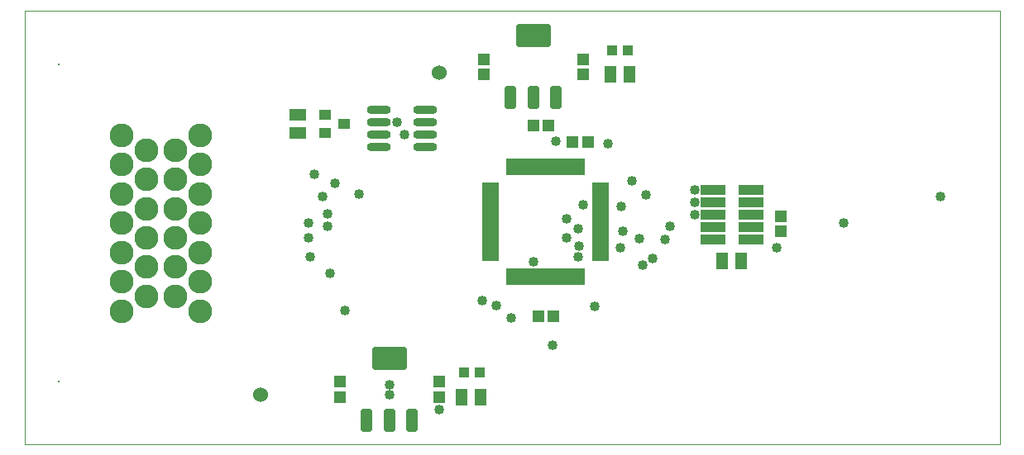
<source format=gts>
G04*
G04 #@! TF.GenerationSoftware,Altium Limited,Altium Designer,18.1.6 (161)*
G04*
G04 Layer_Color=8388736*
%FSLAX25Y25*%
%MOIN*%
G70*
G01*
G75*
%ADD17C,0.00100*%
G04:AMPARAMS|DCode=30|XSize=49.37mil|YSize=90.71mil|CornerRadius=6.97mil|HoleSize=0mil|Usage=FLASHONLY|Rotation=180.000|XOffset=0mil|YOffset=0mil|HoleType=Round|Shape=RoundedRectangle|*
%AMROUNDEDRECTD30*
21,1,0.04937,0.07677,0,0,180.0*
21,1,0.03543,0.09071,0,0,180.0*
1,1,0.01394,-0.01772,0.03839*
1,1,0.01394,0.01772,0.03839*
1,1,0.01394,0.01772,-0.03839*
1,1,0.01394,-0.01772,-0.03839*
%
%ADD30ROUNDEDRECTD30*%
G04:AMPARAMS|DCode=31|XSize=137.95mil|YSize=90.71mil|CornerRadius=7.02mil|HoleSize=0mil|Usage=FLASHONLY|Rotation=180.000|XOffset=0mil|YOffset=0mil|HoleType=Round|Shape=RoundedRectangle|*
%AMROUNDEDRECTD31*
21,1,0.13795,0.07667,0,0,180.0*
21,1,0.12392,0.09071,0,0,180.0*
1,1,0.01404,-0.06196,0.03834*
1,1,0.01404,0.06196,0.03834*
1,1,0.01404,0.06196,-0.03834*
1,1,0.01404,-0.06196,-0.03834*
%
%ADD31ROUNDEDRECTD31*%
%ADD32R,0.04150X0.04150*%
%ADD33R,0.04937X0.06512*%
%ADD34R,0.05134X0.05134*%
%ADD35R,0.02100X0.06800*%
%ADD36R,0.06800X0.02100*%
%ADD37R,0.06512X0.04937*%
%ADD38R,0.10449X0.03992*%
%ADD39O,0.09661X0.03362*%
%ADD40R,0.04543X0.04150*%
%ADD41R,0.05134X0.05134*%
%ADD42C,0.09661*%
%ADD43C,0.01000*%
%ADD44C,0.04000*%
%ADD45C,0.06000*%
D17*
X0Y0D02*
Y175000D01*
X393000D01*
Y0D02*
Y175000D01*
X0Y0D02*
X393000D01*
D30*
X137945Y9630D02*
D03*
X147000D02*
D03*
X156055D02*
D03*
X195945Y139880D02*
D03*
X205000D02*
D03*
X214055D02*
D03*
D31*
X147000Y34630D02*
D03*
X205000Y164880D02*
D03*
D32*
X183299Y29000D02*
D03*
X177000D02*
D03*
X243150Y158777D02*
D03*
X236850D02*
D03*
D33*
X176234Y18803D02*
D03*
X183714D02*
D03*
X281260Y73882D02*
D03*
X288740D02*
D03*
X236260Y149230D02*
D03*
X243740D02*
D03*
D34*
X127000Y25102D02*
D03*
Y19000D02*
D03*
X167000Y25102D02*
D03*
Y19000D02*
D03*
X225000Y149230D02*
D03*
Y155333D02*
D03*
X304800Y85898D02*
D03*
Y92000D02*
D03*
X185000Y149230D02*
D03*
Y155333D02*
D03*
D35*
X224764Y111907D02*
D03*
X222795D02*
D03*
X220827D02*
D03*
X218858D02*
D03*
X216890D02*
D03*
X214921D02*
D03*
X212953D02*
D03*
X210984D02*
D03*
X209016D02*
D03*
X207047D02*
D03*
X205079D02*
D03*
X203110D02*
D03*
X201142D02*
D03*
X199173D02*
D03*
X197205D02*
D03*
X195236D02*
D03*
Y67707D02*
D03*
X197205D02*
D03*
X199173D02*
D03*
X201142D02*
D03*
X203110D02*
D03*
X205079D02*
D03*
X207047D02*
D03*
X209016D02*
D03*
X210984D02*
D03*
X212953D02*
D03*
X214921D02*
D03*
X216890D02*
D03*
X218858D02*
D03*
X220827D02*
D03*
X222795D02*
D03*
X224764D02*
D03*
D36*
X187900Y104570D02*
D03*
Y102602D02*
D03*
Y100633D02*
D03*
Y98665D02*
D03*
Y96696D02*
D03*
Y94728D02*
D03*
Y92759D02*
D03*
Y90791D02*
D03*
Y88822D02*
D03*
Y86854D02*
D03*
Y84885D02*
D03*
Y82917D02*
D03*
Y80948D02*
D03*
Y78980D02*
D03*
Y77011D02*
D03*
Y75043D02*
D03*
X232100D02*
D03*
Y77011D02*
D03*
Y78980D02*
D03*
Y80948D02*
D03*
Y82917D02*
D03*
Y84885D02*
D03*
Y86854D02*
D03*
Y88822D02*
D03*
Y90791D02*
D03*
Y92759D02*
D03*
Y94728D02*
D03*
Y96696D02*
D03*
Y98665D02*
D03*
Y100633D02*
D03*
Y102602D02*
D03*
Y104570D02*
D03*
D37*
X110000Y132994D02*
D03*
Y125514D02*
D03*
D38*
X277323Y102641D02*
D03*
X292677D02*
D03*
X277323Y97641D02*
D03*
X292677D02*
D03*
X277323Y92641D02*
D03*
X292677D02*
D03*
X277323Y87641D02*
D03*
X292677D02*
D03*
X277323Y82641D02*
D03*
X292677D02*
D03*
D39*
X161521Y120035D02*
D03*
Y125035D02*
D03*
Y130035D02*
D03*
Y135035D02*
D03*
X142623Y120035D02*
D03*
Y125035D02*
D03*
Y130035D02*
D03*
Y135035D02*
D03*
D40*
X128937Y129254D02*
D03*
X121063Y125514D02*
D03*
Y132994D02*
D03*
D41*
X220898Y121749D02*
D03*
X227000D02*
D03*
X211279Y128571D02*
D03*
X205177D02*
D03*
X213150Y51734D02*
D03*
X207047D02*
D03*
D42*
X39252Y53720D02*
D03*
Y65531D02*
D03*
Y77342D02*
D03*
Y89153D02*
D03*
Y100965D02*
D03*
Y112776D02*
D03*
Y124587D02*
D03*
X60905Y59626D02*
D03*
Y71437D02*
D03*
Y83248D02*
D03*
Y95059D02*
D03*
Y106870D02*
D03*
Y118681D02*
D03*
X70748Y53720D02*
D03*
Y65531D02*
D03*
Y77342D02*
D03*
Y89153D02*
D03*
Y100965D02*
D03*
Y112776D02*
D03*
Y124587D02*
D03*
X49095Y118681D02*
D03*
Y106870D02*
D03*
Y95059D02*
D03*
Y83248D02*
D03*
Y71437D02*
D03*
Y59626D02*
D03*
D43*
X13661Y153130D02*
D03*
Y25177D02*
D03*
D44*
X270000Y92641D02*
D03*
X260000Y87759D02*
D03*
X258000Y82641D02*
D03*
X270000Y97641D02*
D03*
X247709Y82917D02*
D03*
X250374Y100633D02*
D03*
X244783Y106380D02*
D03*
X270000Y102602D02*
D03*
X240500Y95803D02*
D03*
X205000Y73731D02*
D03*
X214110Y122259D02*
D03*
X235000Y121249D02*
D03*
X150000Y129824D02*
D03*
X153000Y125000D02*
D03*
X147000Y20000D02*
D03*
Y24000D02*
D03*
X369000Y100000D02*
D03*
X330000Y89336D02*
D03*
X303000Y79099D02*
D03*
X212953Y39803D02*
D03*
X167000Y14000D02*
D03*
X196000Y51000D02*
D03*
X190000Y56000D02*
D03*
X129000Y54000D02*
D03*
X184500Y58000D02*
D03*
X223570Y80000D02*
D03*
X223000Y75472D02*
D03*
X218315Y83248D02*
D03*
X223178Y87000D02*
D03*
X218315Y90791D02*
D03*
X241075Y86000D02*
D03*
X225000Y96696D02*
D03*
X240000Y79099D02*
D03*
X253091Y75043D02*
D03*
X115000Y75472D02*
D03*
X114371Y83248D02*
D03*
X114315Y89153D02*
D03*
X122241Y87759D02*
D03*
Y92759D02*
D03*
X120000Y100000D02*
D03*
X116670Y108839D02*
D03*
X125000Y105137D02*
D03*
X134925Y100965D02*
D03*
X123235Y68863D02*
D03*
X249031Y72211D02*
D03*
X229758Y55657D02*
D03*
D45*
X95000Y20000D02*
D03*
X166965Y150000D02*
D03*
M02*

</source>
